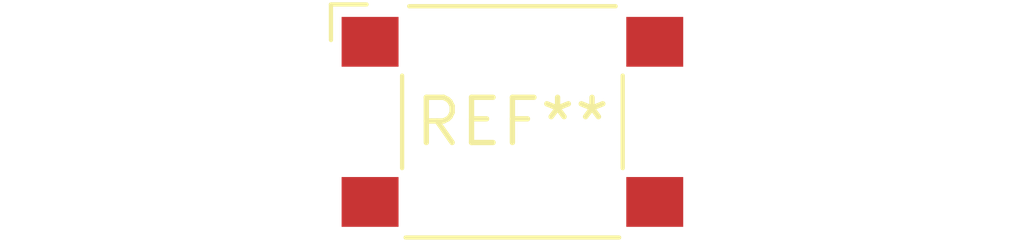
<source format=kicad_pcb>
(kicad_pcb (version 20240108) (generator pcbnew)
  (layers (0 "F.Cu" signal) (31 "B.Cu" signal) (34 "B.Paste" user) (35 "F.Paste" user) (36 "B.SilkS" user "B.Silkscreen") (37 "F.SilkS" user "F.Silkscreen") (38 "B.Mask" user) (39 "F.Mask" user) (44 "Edge.Cuts" user))
  (net 0 "")
  (footprint "SW_SPST_Omron_B3FS-105xP" (layer "F.Cu") (at 0 0)
    (property "Reference" "REF**")
    (property "Value" "SW_SPST_Omron_B3FS-105xP")
    (fp_line (start -5.1 -3.3) (end -4.1 -3.3) (layer "F.SilkS") (stroke (width 0.12)))
    (fp_line (start -5.1 -2.3) (end -5.1 -3.3) (layer "F.SilkS") (stroke (width 0.12)))
    (fp_line (start -3.1 -1.3) (end -3.1 1.3) (layer "F.SilkS") (stroke (width 0.12)))
    (fp_line (start 2.9 -3.25) (end -2.9 -3.25) (layer "F.SilkS") (stroke (width 0.12)))
    (fp_line (start 3 3.25) (end -3 3.25) (layer "F.SilkS") (stroke (width 0.12)))
    (fp_line (start 3.1 -1.3) (end 3.1 1.3) (layer "F.SilkS") (stroke (width 0.12)))
    (pad "1" smd rect (at -4 -2.25 180) (size 1.6 1.4) (layers "F.Cu" "F.Paste" "F.Mask"))
    (pad "1" smd rect (at 4 -2.25 180) (size 1.6 1.4) (layers "F.Cu" "F.Paste" "F.Mask"))
    (pad "2" smd rect (at -4 2.25 180) (size 1.6 1.4) (layers "F.Cu" "F.Paste" "F.Mask"))
    (pad "2" smd rect (at 4 2.25 180) (size 1.6 1.4) (layers "F.Cu" "F.Paste" "F.Mask"))
  )
)
</source>
